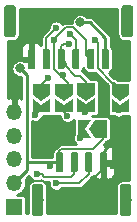
<source format=gbr>
G04 #@! TF.GenerationSoftware,KiCad,Pcbnew,(5.1.0-0)*
G04 #@! TF.CreationDate,2019-06-19T09:49:27-07:00*
G04 #@! TF.ProjectId,differential_i2c,64696666-6572-4656-9e74-69616c5f6932,rev?*
G04 #@! TF.SameCoordinates,Original*
G04 #@! TF.FileFunction,Copper,L1,Top*
G04 #@! TF.FilePolarity,Positive*
%FSLAX46Y46*%
G04 Gerber Fmt 4.6, Leading zero omitted, Abs format (unit mm)*
G04 Created by KiCad (PCBNEW (5.1.0-0)) date 2019-06-19 09:49:27*
%MOMM*%
%LPD*%
G04 APERTURE LIST*
%ADD10O,1.350000X1.350000*%
%ADD11R,1.350000X1.350000*%
%ADD12C,0.100000*%
%ADD13C,1.000000*%
%ADD14C,0.600000*%
%ADD15C,0.300000*%
%ADD16C,0.800000*%
%ADD17C,0.250000*%
%ADD18C,0.160000*%
%ADD19C,0.254000*%
G04 APERTURE END LIST*
D10*
X109400000Y-54600000D03*
X109400000Y-56600000D03*
X109400000Y-58600000D03*
X109400000Y-60600000D03*
D11*
X109400000Y-62600000D03*
D12*
G36*
X119099504Y-60701204D02*
G01*
X119123773Y-60704804D01*
X119147571Y-60710765D01*
X119170671Y-60719030D01*
X119192849Y-60729520D01*
X119213893Y-60742133D01*
X119233598Y-60756747D01*
X119251777Y-60773223D01*
X119268253Y-60791402D01*
X119282867Y-60811107D01*
X119295480Y-60832151D01*
X119305970Y-60854329D01*
X119314235Y-60877429D01*
X119320196Y-60901227D01*
X119323796Y-60925496D01*
X119325000Y-60950000D01*
X119325000Y-63150000D01*
X119323796Y-63174504D01*
X119320196Y-63198773D01*
X119314235Y-63222571D01*
X119305970Y-63245671D01*
X119295480Y-63267849D01*
X119282867Y-63288893D01*
X119268253Y-63308598D01*
X119251777Y-63326777D01*
X119233598Y-63343253D01*
X119213893Y-63357867D01*
X119192849Y-63370480D01*
X119170671Y-63380970D01*
X119147571Y-63389235D01*
X119123773Y-63395196D01*
X119099504Y-63398796D01*
X119075000Y-63400000D01*
X118575000Y-63400000D01*
X118550496Y-63398796D01*
X118526227Y-63395196D01*
X118502429Y-63389235D01*
X118479329Y-63380970D01*
X118457151Y-63370480D01*
X118436107Y-63357867D01*
X118416402Y-63343253D01*
X118398223Y-63326777D01*
X118381747Y-63308598D01*
X118367133Y-63288893D01*
X118354520Y-63267849D01*
X118344030Y-63245671D01*
X118335765Y-63222571D01*
X118329804Y-63198773D01*
X118326204Y-63174504D01*
X118325000Y-63150000D01*
X118325000Y-60950000D01*
X118326204Y-60925496D01*
X118329804Y-60901227D01*
X118335765Y-60877429D01*
X118344030Y-60854329D01*
X118354520Y-60832151D01*
X118367133Y-60811107D01*
X118381747Y-60791402D01*
X118398223Y-60773223D01*
X118416402Y-60756747D01*
X118436107Y-60742133D01*
X118457151Y-60729520D01*
X118479329Y-60719030D01*
X118502429Y-60710765D01*
X118526227Y-60704804D01*
X118550496Y-60701204D01*
X118575000Y-60700000D01*
X119075000Y-60700000D01*
X119099504Y-60701204D01*
X119099504Y-60701204D01*
G37*
D13*
X118825000Y-62050000D03*
D12*
G36*
X111649504Y-60701204D02*
G01*
X111673773Y-60704804D01*
X111697571Y-60710765D01*
X111720671Y-60719030D01*
X111742849Y-60729520D01*
X111763893Y-60742133D01*
X111783598Y-60756747D01*
X111801777Y-60773223D01*
X111818253Y-60791402D01*
X111832867Y-60811107D01*
X111845480Y-60832151D01*
X111855970Y-60854329D01*
X111864235Y-60877429D01*
X111870196Y-60901227D01*
X111873796Y-60925496D01*
X111875000Y-60950000D01*
X111875000Y-63150000D01*
X111873796Y-63174504D01*
X111870196Y-63198773D01*
X111864235Y-63222571D01*
X111855970Y-63245671D01*
X111845480Y-63267849D01*
X111832867Y-63288893D01*
X111818253Y-63308598D01*
X111801777Y-63326777D01*
X111783598Y-63343253D01*
X111763893Y-63357867D01*
X111742849Y-63370480D01*
X111720671Y-63380970D01*
X111697571Y-63389235D01*
X111673773Y-63395196D01*
X111649504Y-63398796D01*
X111625000Y-63400000D01*
X111125000Y-63400000D01*
X111100496Y-63398796D01*
X111076227Y-63395196D01*
X111052429Y-63389235D01*
X111029329Y-63380970D01*
X111007151Y-63370480D01*
X110986107Y-63357867D01*
X110966402Y-63343253D01*
X110948223Y-63326777D01*
X110931747Y-63308598D01*
X110917133Y-63288893D01*
X110904520Y-63267849D01*
X110894030Y-63245671D01*
X110885765Y-63222571D01*
X110879804Y-63198773D01*
X110876204Y-63174504D01*
X110875000Y-63150000D01*
X110875000Y-60950000D01*
X110876204Y-60925496D01*
X110879804Y-60901227D01*
X110885765Y-60877429D01*
X110894030Y-60854329D01*
X110904520Y-60832151D01*
X110917133Y-60811107D01*
X110931747Y-60791402D01*
X110948223Y-60773223D01*
X110966402Y-60756747D01*
X110986107Y-60742133D01*
X111007151Y-60729520D01*
X111029329Y-60719030D01*
X111052429Y-60710765D01*
X111076227Y-60704804D01*
X111100496Y-60701204D01*
X111125000Y-60700000D01*
X111625000Y-60700000D01*
X111649504Y-60701204D01*
X111649504Y-60701204D01*
G37*
D13*
X111375000Y-62050000D03*
D12*
G36*
X117139703Y-58000722D02*
G01*
X117154264Y-58002882D01*
X117168543Y-58006459D01*
X117182403Y-58011418D01*
X117195710Y-58017712D01*
X117208336Y-58025280D01*
X117220159Y-58034048D01*
X117231066Y-58043934D01*
X117240952Y-58054841D01*
X117249720Y-58066664D01*
X117257288Y-58079290D01*
X117263582Y-58092597D01*
X117268541Y-58106457D01*
X117272118Y-58120736D01*
X117274278Y-58135297D01*
X117275000Y-58150000D01*
X117275000Y-59550000D01*
X117274278Y-59564703D01*
X117272118Y-59579264D01*
X117268541Y-59593543D01*
X117263582Y-59607403D01*
X117257288Y-59620710D01*
X117249720Y-59633336D01*
X117240952Y-59645159D01*
X117231066Y-59656066D01*
X117220159Y-59665952D01*
X117208336Y-59674720D01*
X117195710Y-59682288D01*
X117182403Y-59688582D01*
X117168543Y-59693541D01*
X117154264Y-59697118D01*
X117139703Y-59699278D01*
X117125000Y-59700000D01*
X116825000Y-59700000D01*
X116810297Y-59699278D01*
X116795736Y-59697118D01*
X116781457Y-59693541D01*
X116767597Y-59688582D01*
X116754290Y-59682288D01*
X116741664Y-59674720D01*
X116729841Y-59665952D01*
X116718934Y-59656066D01*
X116709048Y-59645159D01*
X116700280Y-59633336D01*
X116692712Y-59620710D01*
X116686418Y-59607403D01*
X116681459Y-59593543D01*
X116677882Y-59579264D01*
X116675722Y-59564703D01*
X116675000Y-59550000D01*
X116675000Y-58150000D01*
X116675722Y-58135297D01*
X116677882Y-58120736D01*
X116681459Y-58106457D01*
X116686418Y-58092597D01*
X116692712Y-58079290D01*
X116700280Y-58066664D01*
X116709048Y-58054841D01*
X116718934Y-58043934D01*
X116729841Y-58034048D01*
X116741664Y-58025280D01*
X116754290Y-58017712D01*
X116767597Y-58011418D01*
X116781457Y-58006459D01*
X116795736Y-58002882D01*
X116810297Y-58000722D01*
X116825000Y-58000000D01*
X117125000Y-58000000D01*
X117139703Y-58000722D01*
X117139703Y-58000722D01*
G37*
D14*
X116975000Y-58850000D03*
D12*
G36*
X115889703Y-58000722D02*
G01*
X115904264Y-58002882D01*
X115918543Y-58006459D01*
X115932403Y-58011418D01*
X115945710Y-58017712D01*
X115958336Y-58025280D01*
X115970159Y-58034048D01*
X115981066Y-58043934D01*
X115990952Y-58054841D01*
X115999720Y-58066664D01*
X116007288Y-58079290D01*
X116013582Y-58092597D01*
X116018541Y-58106457D01*
X116022118Y-58120736D01*
X116024278Y-58135297D01*
X116025000Y-58150000D01*
X116025000Y-59550000D01*
X116024278Y-59564703D01*
X116022118Y-59579264D01*
X116018541Y-59593543D01*
X116013582Y-59607403D01*
X116007288Y-59620710D01*
X115999720Y-59633336D01*
X115990952Y-59645159D01*
X115981066Y-59656066D01*
X115970159Y-59665952D01*
X115958336Y-59674720D01*
X115945710Y-59682288D01*
X115932403Y-59688582D01*
X115918543Y-59693541D01*
X115904264Y-59697118D01*
X115889703Y-59699278D01*
X115875000Y-59700000D01*
X115575000Y-59700000D01*
X115560297Y-59699278D01*
X115545736Y-59697118D01*
X115531457Y-59693541D01*
X115517597Y-59688582D01*
X115504290Y-59682288D01*
X115491664Y-59674720D01*
X115479841Y-59665952D01*
X115468934Y-59656066D01*
X115459048Y-59645159D01*
X115450280Y-59633336D01*
X115442712Y-59620710D01*
X115436418Y-59607403D01*
X115431459Y-59593543D01*
X115427882Y-59579264D01*
X115425722Y-59564703D01*
X115425000Y-59550000D01*
X115425000Y-58150000D01*
X115425722Y-58135297D01*
X115427882Y-58120736D01*
X115431459Y-58106457D01*
X115436418Y-58092597D01*
X115442712Y-58079290D01*
X115450280Y-58066664D01*
X115459048Y-58054841D01*
X115468934Y-58043934D01*
X115479841Y-58034048D01*
X115491664Y-58025280D01*
X115504290Y-58017712D01*
X115517597Y-58011418D01*
X115531457Y-58006459D01*
X115545736Y-58002882D01*
X115560297Y-58000722D01*
X115575000Y-58000000D01*
X115875000Y-58000000D01*
X115889703Y-58000722D01*
X115889703Y-58000722D01*
G37*
D14*
X115725000Y-58850000D03*
D12*
G36*
X114639703Y-58000722D02*
G01*
X114654264Y-58002882D01*
X114668543Y-58006459D01*
X114682403Y-58011418D01*
X114695710Y-58017712D01*
X114708336Y-58025280D01*
X114720159Y-58034048D01*
X114731066Y-58043934D01*
X114740952Y-58054841D01*
X114749720Y-58066664D01*
X114757288Y-58079290D01*
X114763582Y-58092597D01*
X114768541Y-58106457D01*
X114772118Y-58120736D01*
X114774278Y-58135297D01*
X114775000Y-58150000D01*
X114775000Y-59550000D01*
X114774278Y-59564703D01*
X114772118Y-59579264D01*
X114768541Y-59593543D01*
X114763582Y-59607403D01*
X114757288Y-59620710D01*
X114749720Y-59633336D01*
X114740952Y-59645159D01*
X114731066Y-59656066D01*
X114720159Y-59665952D01*
X114708336Y-59674720D01*
X114695710Y-59682288D01*
X114682403Y-59688582D01*
X114668543Y-59693541D01*
X114654264Y-59697118D01*
X114639703Y-59699278D01*
X114625000Y-59700000D01*
X114325000Y-59700000D01*
X114310297Y-59699278D01*
X114295736Y-59697118D01*
X114281457Y-59693541D01*
X114267597Y-59688582D01*
X114254290Y-59682288D01*
X114241664Y-59674720D01*
X114229841Y-59665952D01*
X114218934Y-59656066D01*
X114209048Y-59645159D01*
X114200280Y-59633336D01*
X114192712Y-59620710D01*
X114186418Y-59607403D01*
X114181459Y-59593543D01*
X114177882Y-59579264D01*
X114175722Y-59564703D01*
X114175000Y-59550000D01*
X114175000Y-58150000D01*
X114175722Y-58135297D01*
X114177882Y-58120736D01*
X114181459Y-58106457D01*
X114186418Y-58092597D01*
X114192712Y-58079290D01*
X114200280Y-58066664D01*
X114209048Y-58054841D01*
X114218934Y-58043934D01*
X114229841Y-58034048D01*
X114241664Y-58025280D01*
X114254290Y-58017712D01*
X114267597Y-58011418D01*
X114281457Y-58006459D01*
X114295736Y-58002882D01*
X114310297Y-58000722D01*
X114325000Y-58000000D01*
X114625000Y-58000000D01*
X114639703Y-58000722D01*
X114639703Y-58000722D01*
G37*
D14*
X114475000Y-58850000D03*
D12*
G36*
X113389703Y-58000722D02*
G01*
X113404264Y-58002882D01*
X113418543Y-58006459D01*
X113432403Y-58011418D01*
X113445710Y-58017712D01*
X113458336Y-58025280D01*
X113470159Y-58034048D01*
X113481066Y-58043934D01*
X113490952Y-58054841D01*
X113499720Y-58066664D01*
X113507288Y-58079290D01*
X113513582Y-58092597D01*
X113518541Y-58106457D01*
X113522118Y-58120736D01*
X113524278Y-58135297D01*
X113525000Y-58150000D01*
X113525000Y-59550000D01*
X113524278Y-59564703D01*
X113522118Y-59579264D01*
X113518541Y-59593543D01*
X113513582Y-59607403D01*
X113507288Y-59620710D01*
X113499720Y-59633336D01*
X113490952Y-59645159D01*
X113481066Y-59656066D01*
X113470159Y-59665952D01*
X113458336Y-59674720D01*
X113445710Y-59682288D01*
X113432403Y-59688582D01*
X113418543Y-59693541D01*
X113404264Y-59697118D01*
X113389703Y-59699278D01*
X113375000Y-59700000D01*
X113075000Y-59700000D01*
X113060297Y-59699278D01*
X113045736Y-59697118D01*
X113031457Y-59693541D01*
X113017597Y-59688582D01*
X113004290Y-59682288D01*
X112991664Y-59674720D01*
X112979841Y-59665952D01*
X112968934Y-59656066D01*
X112959048Y-59645159D01*
X112950280Y-59633336D01*
X112942712Y-59620710D01*
X112936418Y-59607403D01*
X112931459Y-59593543D01*
X112927882Y-59579264D01*
X112925722Y-59564703D01*
X112925000Y-59550000D01*
X112925000Y-58150000D01*
X112925722Y-58135297D01*
X112927882Y-58120736D01*
X112931459Y-58106457D01*
X112936418Y-58092597D01*
X112942712Y-58079290D01*
X112950280Y-58066664D01*
X112959048Y-58054841D01*
X112968934Y-58043934D01*
X112979841Y-58034048D01*
X112991664Y-58025280D01*
X113004290Y-58017712D01*
X113017597Y-58011418D01*
X113031457Y-58006459D01*
X113045736Y-58002882D01*
X113060297Y-58000722D01*
X113075000Y-58000000D01*
X113375000Y-58000000D01*
X113389703Y-58000722D01*
X113389703Y-58000722D01*
G37*
D14*
X113225000Y-58850000D03*
D15*
X118400000Y-52675000D03*
D12*
G36*
X118400000Y-53675000D02*
G01*
X117650000Y-53175000D01*
X117650000Y-52175000D01*
X119150000Y-52175000D01*
X119150000Y-53175000D01*
X118400000Y-53675000D01*
X118400000Y-53675000D01*
G37*
D15*
X118400000Y-54125000D03*
D12*
G36*
X117650000Y-54625000D02*
G01*
X117650000Y-53475000D01*
X118400000Y-53975000D01*
X119150000Y-53475000D01*
X119150000Y-54625000D01*
X117650000Y-54625000D01*
X117650000Y-54625000D01*
G37*
D15*
X115500000Y-52625000D03*
D12*
G36*
X115500000Y-53625000D02*
G01*
X114750000Y-53125000D01*
X114750000Y-52125000D01*
X116250000Y-52125000D01*
X116250000Y-53125000D01*
X115500000Y-53625000D01*
X115500000Y-53625000D01*
G37*
D15*
X115500000Y-54075000D03*
D12*
G36*
X114750000Y-54575000D02*
G01*
X114750000Y-53425000D01*
X115500000Y-53925000D01*
X116250000Y-53425000D01*
X116250000Y-54575000D01*
X114750000Y-54575000D01*
X114750000Y-54575000D01*
G37*
D15*
X116725000Y-56000000D03*
D12*
G36*
X115725000Y-56000000D02*
G01*
X116225000Y-55250000D01*
X117225000Y-55250000D01*
X117225000Y-56750000D01*
X116225000Y-56750000D01*
X115725000Y-56000000D01*
X115725000Y-56000000D01*
G37*
D15*
X115275000Y-56000000D03*
D12*
G36*
X114775000Y-55250000D02*
G01*
X115925000Y-55250000D01*
X115425000Y-56000000D01*
X115925000Y-56750000D01*
X114775000Y-56750000D01*
X114775000Y-55250000D01*
X114775000Y-55250000D01*
G37*
D15*
X111700000Y-52675000D03*
D12*
G36*
X111700000Y-53675000D02*
G01*
X110950000Y-53175000D01*
X110950000Y-52175000D01*
X112450000Y-52175000D01*
X112450000Y-53175000D01*
X111700000Y-53675000D01*
X111700000Y-53675000D01*
G37*
D15*
X111700000Y-54125000D03*
D12*
G36*
X110950000Y-54625000D02*
G01*
X110950000Y-53475000D01*
X111700000Y-53975000D01*
X112450000Y-53475000D01*
X112450000Y-54625000D01*
X110950000Y-54625000D01*
X110950000Y-54625000D01*
G37*
D15*
X113600000Y-52675000D03*
D12*
G36*
X113600000Y-53675000D02*
G01*
X112850000Y-53175000D01*
X112850000Y-52175000D01*
X114350000Y-52175000D01*
X114350000Y-53175000D01*
X113600000Y-53675000D01*
X113600000Y-53675000D01*
G37*
D15*
X113600000Y-54125000D03*
D12*
G36*
X112850000Y-54625000D02*
G01*
X112850000Y-53475000D01*
X113600000Y-53975000D01*
X114350000Y-53475000D01*
X114350000Y-54625000D01*
X112850000Y-54625000D01*
X112850000Y-54625000D01*
G37*
G36*
X109299504Y-45551204D02*
G01*
X109323773Y-45554804D01*
X109347571Y-45560765D01*
X109370671Y-45569030D01*
X109392849Y-45579520D01*
X109413893Y-45592133D01*
X109433598Y-45606747D01*
X109451777Y-45623223D01*
X109468253Y-45641402D01*
X109482867Y-45661107D01*
X109495480Y-45682151D01*
X109505970Y-45704329D01*
X109514235Y-45727429D01*
X109520196Y-45751227D01*
X109523796Y-45775496D01*
X109525000Y-45800000D01*
X109525000Y-48000000D01*
X109523796Y-48024504D01*
X109520196Y-48048773D01*
X109514235Y-48072571D01*
X109505970Y-48095671D01*
X109495480Y-48117849D01*
X109482867Y-48138893D01*
X109468253Y-48158598D01*
X109451777Y-48176777D01*
X109433598Y-48193253D01*
X109413893Y-48207867D01*
X109392849Y-48220480D01*
X109370671Y-48230970D01*
X109347571Y-48239235D01*
X109323773Y-48245196D01*
X109299504Y-48248796D01*
X109275000Y-48250000D01*
X108775000Y-48250000D01*
X108750496Y-48248796D01*
X108726227Y-48245196D01*
X108702429Y-48239235D01*
X108679329Y-48230970D01*
X108657151Y-48220480D01*
X108636107Y-48207867D01*
X108616402Y-48193253D01*
X108598223Y-48176777D01*
X108581747Y-48158598D01*
X108567133Y-48138893D01*
X108554520Y-48117849D01*
X108544030Y-48095671D01*
X108535765Y-48072571D01*
X108529804Y-48048773D01*
X108526204Y-48024504D01*
X108525000Y-48000000D01*
X108525000Y-45800000D01*
X108526204Y-45775496D01*
X108529804Y-45751227D01*
X108535765Y-45727429D01*
X108544030Y-45704329D01*
X108554520Y-45682151D01*
X108567133Y-45661107D01*
X108581747Y-45641402D01*
X108598223Y-45623223D01*
X108616402Y-45606747D01*
X108636107Y-45592133D01*
X108657151Y-45579520D01*
X108679329Y-45569030D01*
X108702429Y-45560765D01*
X108726227Y-45554804D01*
X108750496Y-45551204D01*
X108775000Y-45550000D01*
X109275000Y-45550000D01*
X109299504Y-45551204D01*
X109299504Y-45551204D01*
G37*
D13*
X109025000Y-46900000D03*
D12*
G36*
X119249504Y-45551204D02*
G01*
X119273773Y-45554804D01*
X119297571Y-45560765D01*
X119320671Y-45569030D01*
X119342849Y-45579520D01*
X119363893Y-45592133D01*
X119383598Y-45606747D01*
X119401777Y-45623223D01*
X119418253Y-45641402D01*
X119432867Y-45661107D01*
X119445480Y-45682151D01*
X119455970Y-45704329D01*
X119464235Y-45727429D01*
X119470196Y-45751227D01*
X119473796Y-45775496D01*
X119475000Y-45800000D01*
X119475000Y-48000000D01*
X119473796Y-48024504D01*
X119470196Y-48048773D01*
X119464235Y-48072571D01*
X119455970Y-48095671D01*
X119445480Y-48117849D01*
X119432867Y-48138893D01*
X119418253Y-48158598D01*
X119401777Y-48176777D01*
X119383598Y-48193253D01*
X119363893Y-48207867D01*
X119342849Y-48220480D01*
X119320671Y-48230970D01*
X119297571Y-48239235D01*
X119273773Y-48245196D01*
X119249504Y-48248796D01*
X119225000Y-48250000D01*
X118725000Y-48250000D01*
X118700496Y-48248796D01*
X118676227Y-48245196D01*
X118652429Y-48239235D01*
X118629329Y-48230970D01*
X118607151Y-48220480D01*
X118586107Y-48207867D01*
X118566402Y-48193253D01*
X118548223Y-48176777D01*
X118531747Y-48158598D01*
X118517133Y-48138893D01*
X118504520Y-48117849D01*
X118494030Y-48095671D01*
X118485765Y-48072571D01*
X118479804Y-48048773D01*
X118476204Y-48024504D01*
X118475000Y-48000000D01*
X118475000Y-45800000D01*
X118476204Y-45775496D01*
X118479804Y-45751227D01*
X118485765Y-45727429D01*
X118494030Y-45704329D01*
X118504520Y-45682151D01*
X118517133Y-45661107D01*
X118531747Y-45641402D01*
X118548223Y-45623223D01*
X118566402Y-45606747D01*
X118586107Y-45592133D01*
X118607151Y-45579520D01*
X118629329Y-45569030D01*
X118652429Y-45560765D01*
X118676227Y-45554804D01*
X118700496Y-45551204D01*
X118725000Y-45550000D01*
X119225000Y-45550000D01*
X119249504Y-45551204D01*
X119249504Y-45551204D01*
G37*
D13*
X118975000Y-46900000D03*
D12*
G36*
X111039703Y-49250722D02*
G01*
X111054264Y-49252882D01*
X111068543Y-49256459D01*
X111082403Y-49261418D01*
X111095710Y-49267712D01*
X111108336Y-49275280D01*
X111120159Y-49284048D01*
X111131066Y-49293934D01*
X111140952Y-49304841D01*
X111149720Y-49316664D01*
X111157288Y-49329290D01*
X111163582Y-49342597D01*
X111168541Y-49356457D01*
X111172118Y-49370736D01*
X111174278Y-49385297D01*
X111175000Y-49400000D01*
X111175000Y-50800000D01*
X111174278Y-50814703D01*
X111172118Y-50829264D01*
X111168541Y-50843543D01*
X111163582Y-50857403D01*
X111157288Y-50870710D01*
X111149720Y-50883336D01*
X111140952Y-50895159D01*
X111131066Y-50906066D01*
X111120159Y-50915952D01*
X111108336Y-50924720D01*
X111095710Y-50932288D01*
X111082403Y-50938582D01*
X111068543Y-50943541D01*
X111054264Y-50947118D01*
X111039703Y-50949278D01*
X111025000Y-50950000D01*
X110725000Y-50950000D01*
X110710297Y-50949278D01*
X110695736Y-50947118D01*
X110681457Y-50943541D01*
X110667597Y-50938582D01*
X110654290Y-50932288D01*
X110641664Y-50924720D01*
X110629841Y-50915952D01*
X110618934Y-50906066D01*
X110609048Y-50895159D01*
X110600280Y-50883336D01*
X110592712Y-50870710D01*
X110586418Y-50857403D01*
X110581459Y-50843543D01*
X110577882Y-50829264D01*
X110575722Y-50814703D01*
X110575000Y-50800000D01*
X110575000Y-49400000D01*
X110575722Y-49385297D01*
X110577882Y-49370736D01*
X110581459Y-49356457D01*
X110586418Y-49342597D01*
X110592712Y-49329290D01*
X110600280Y-49316664D01*
X110609048Y-49304841D01*
X110618934Y-49293934D01*
X110629841Y-49284048D01*
X110641664Y-49275280D01*
X110654290Y-49267712D01*
X110667597Y-49261418D01*
X110681457Y-49256459D01*
X110695736Y-49252882D01*
X110710297Y-49250722D01*
X110725000Y-49250000D01*
X111025000Y-49250000D01*
X111039703Y-49250722D01*
X111039703Y-49250722D01*
G37*
D14*
X110875000Y-50100000D03*
D12*
G36*
X112289703Y-49250722D02*
G01*
X112304264Y-49252882D01*
X112318543Y-49256459D01*
X112332403Y-49261418D01*
X112345710Y-49267712D01*
X112358336Y-49275280D01*
X112370159Y-49284048D01*
X112381066Y-49293934D01*
X112390952Y-49304841D01*
X112399720Y-49316664D01*
X112407288Y-49329290D01*
X112413582Y-49342597D01*
X112418541Y-49356457D01*
X112422118Y-49370736D01*
X112424278Y-49385297D01*
X112425000Y-49400000D01*
X112425000Y-50800000D01*
X112424278Y-50814703D01*
X112422118Y-50829264D01*
X112418541Y-50843543D01*
X112413582Y-50857403D01*
X112407288Y-50870710D01*
X112399720Y-50883336D01*
X112390952Y-50895159D01*
X112381066Y-50906066D01*
X112370159Y-50915952D01*
X112358336Y-50924720D01*
X112345710Y-50932288D01*
X112332403Y-50938582D01*
X112318543Y-50943541D01*
X112304264Y-50947118D01*
X112289703Y-50949278D01*
X112275000Y-50950000D01*
X111975000Y-50950000D01*
X111960297Y-50949278D01*
X111945736Y-50947118D01*
X111931457Y-50943541D01*
X111917597Y-50938582D01*
X111904290Y-50932288D01*
X111891664Y-50924720D01*
X111879841Y-50915952D01*
X111868934Y-50906066D01*
X111859048Y-50895159D01*
X111850280Y-50883336D01*
X111842712Y-50870710D01*
X111836418Y-50857403D01*
X111831459Y-50843543D01*
X111827882Y-50829264D01*
X111825722Y-50814703D01*
X111825000Y-50800000D01*
X111825000Y-49400000D01*
X111825722Y-49385297D01*
X111827882Y-49370736D01*
X111831459Y-49356457D01*
X111836418Y-49342597D01*
X111842712Y-49329290D01*
X111850280Y-49316664D01*
X111859048Y-49304841D01*
X111868934Y-49293934D01*
X111879841Y-49284048D01*
X111891664Y-49275280D01*
X111904290Y-49267712D01*
X111917597Y-49261418D01*
X111931457Y-49256459D01*
X111945736Y-49252882D01*
X111960297Y-49250722D01*
X111975000Y-49250000D01*
X112275000Y-49250000D01*
X112289703Y-49250722D01*
X112289703Y-49250722D01*
G37*
D14*
X112125000Y-50100000D03*
D12*
G36*
X113539703Y-49250722D02*
G01*
X113554264Y-49252882D01*
X113568543Y-49256459D01*
X113582403Y-49261418D01*
X113595710Y-49267712D01*
X113608336Y-49275280D01*
X113620159Y-49284048D01*
X113631066Y-49293934D01*
X113640952Y-49304841D01*
X113649720Y-49316664D01*
X113657288Y-49329290D01*
X113663582Y-49342597D01*
X113668541Y-49356457D01*
X113672118Y-49370736D01*
X113674278Y-49385297D01*
X113675000Y-49400000D01*
X113675000Y-50800000D01*
X113674278Y-50814703D01*
X113672118Y-50829264D01*
X113668541Y-50843543D01*
X113663582Y-50857403D01*
X113657288Y-50870710D01*
X113649720Y-50883336D01*
X113640952Y-50895159D01*
X113631066Y-50906066D01*
X113620159Y-50915952D01*
X113608336Y-50924720D01*
X113595710Y-50932288D01*
X113582403Y-50938582D01*
X113568543Y-50943541D01*
X113554264Y-50947118D01*
X113539703Y-50949278D01*
X113525000Y-50950000D01*
X113225000Y-50950000D01*
X113210297Y-50949278D01*
X113195736Y-50947118D01*
X113181457Y-50943541D01*
X113167597Y-50938582D01*
X113154290Y-50932288D01*
X113141664Y-50924720D01*
X113129841Y-50915952D01*
X113118934Y-50906066D01*
X113109048Y-50895159D01*
X113100280Y-50883336D01*
X113092712Y-50870710D01*
X113086418Y-50857403D01*
X113081459Y-50843543D01*
X113077882Y-50829264D01*
X113075722Y-50814703D01*
X113075000Y-50800000D01*
X113075000Y-49400000D01*
X113075722Y-49385297D01*
X113077882Y-49370736D01*
X113081459Y-49356457D01*
X113086418Y-49342597D01*
X113092712Y-49329290D01*
X113100280Y-49316664D01*
X113109048Y-49304841D01*
X113118934Y-49293934D01*
X113129841Y-49284048D01*
X113141664Y-49275280D01*
X113154290Y-49267712D01*
X113167597Y-49261418D01*
X113181457Y-49256459D01*
X113195736Y-49252882D01*
X113210297Y-49250722D01*
X113225000Y-49250000D01*
X113525000Y-49250000D01*
X113539703Y-49250722D01*
X113539703Y-49250722D01*
G37*
D14*
X113375000Y-50100000D03*
D12*
G36*
X114789703Y-49250722D02*
G01*
X114804264Y-49252882D01*
X114818543Y-49256459D01*
X114832403Y-49261418D01*
X114845710Y-49267712D01*
X114858336Y-49275280D01*
X114870159Y-49284048D01*
X114881066Y-49293934D01*
X114890952Y-49304841D01*
X114899720Y-49316664D01*
X114907288Y-49329290D01*
X114913582Y-49342597D01*
X114918541Y-49356457D01*
X114922118Y-49370736D01*
X114924278Y-49385297D01*
X114925000Y-49400000D01*
X114925000Y-50800000D01*
X114924278Y-50814703D01*
X114922118Y-50829264D01*
X114918541Y-50843543D01*
X114913582Y-50857403D01*
X114907288Y-50870710D01*
X114899720Y-50883336D01*
X114890952Y-50895159D01*
X114881066Y-50906066D01*
X114870159Y-50915952D01*
X114858336Y-50924720D01*
X114845710Y-50932288D01*
X114832403Y-50938582D01*
X114818543Y-50943541D01*
X114804264Y-50947118D01*
X114789703Y-50949278D01*
X114775000Y-50950000D01*
X114475000Y-50950000D01*
X114460297Y-50949278D01*
X114445736Y-50947118D01*
X114431457Y-50943541D01*
X114417597Y-50938582D01*
X114404290Y-50932288D01*
X114391664Y-50924720D01*
X114379841Y-50915952D01*
X114368934Y-50906066D01*
X114359048Y-50895159D01*
X114350280Y-50883336D01*
X114342712Y-50870710D01*
X114336418Y-50857403D01*
X114331459Y-50843543D01*
X114327882Y-50829264D01*
X114325722Y-50814703D01*
X114325000Y-50800000D01*
X114325000Y-49400000D01*
X114325722Y-49385297D01*
X114327882Y-49370736D01*
X114331459Y-49356457D01*
X114336418Y-49342597D01*
X114342712Y-49329290D01*
X114350280Y-49316664D01*
X114359048Y-49304841D01*
X114368934Y-49293934D01*
X114379841Y-49284048D01*
X114391664Y-49275280D01*
X114404290Y-49267712D01*
X114417597Y-49261418D01*
X114431457Y-49256459D01*
X114445736Y-49252882D01*
X114460297Y-49250722D01*
X114475000Y-49250000D01*
X114775000Y-49250000D01*
X114789703Y-49250722D01*
X114789703Y-49250722D01*
G37*
D14*
X114625000Y-50100000D03*
D12*
G36*
X116039703Y-49250722D02*
G01*
X116054264Y-49252882D01*
X116068543Y-49256459D01*
X116082403Y-49261418D01*
X116095710Y-49267712D01*
X116108336Y-49275280D01*
X116120159Y-49284048D01*
X116131066Y-49293934D01*
X116140952Y-49304841D01*
X116149720Y-49316664D01*
X116157288Y-49329290D01*
X116163582Y-49342597D01*
X116168541Y-49356457D01*
X116172118Y-49370736D01*
X116174278Y-49385297D01*
X116175000Y-49400000D01*
X116175000Y-50800000D01*
X116174278Y-50814703D01*
X116172118Y-50829264D01*
X116168541Y-50843543D01*
X116163582Y-50857403D01*
X116157288Y-50870710D01*
X116149720Y-50883336D01*
X116140952Y-50895159D01*
X116131066Y-50906066D01*
X116120159Y-50915952D01*
X116108336Y-50924720D01*
X116095710Y-50932288D01*
X116082403Y-50938582D01*
X116068543Y-50943541D01*
X116054264Y-50947118D01*
X116039703Y-50949278D01*
X116025000Y-50950000D01*
X115725000Y-50950000D01*
X115710297Y-50949278D01*
X115695736Y-50947118D01*
X115681457Y-50943541D01*
X115667597Y-50938582D01*
X115654290Y-50932288D01*
X115641664Y-50924720D01*
X115629841Y-50915952D01*
X115618934Y-50906066D01*
X115609048Y-50895159D01*
X115600280Y-50883336D01*
X115592712Y-50870710D01*
X115586418Y-50857403D01*
X115581459Y-50843543D01*
X115577882Y-50829264D01*
X115575722Y-50814703D01*
X115575000Y-50800000D01*
X115575000Y-49400000D01*
X115575722Y-49385297D01*
X115577882Y-49370736D01*
X115581459Y-49356457D01*
X115586418Y-49342597D01*
X115592712Y-49329290D01*
X115600280Y-49316664D01*
X115609048Y-49304841D01*
X115618934Y-49293934D01*
X115629841Y-49284048D01*
X115641664Y-49275280D01*
X115654290Y-49267712D01*
X115667597Y-49261418D01*
X115681457Y-49256459D01*
X115695736Y-49252882D01*
X115710297Y-49250722D01*
X115725000Y-49250000D01*
X116025000Y-49250000D01*
X116039703Y-49250722D01*
X116039703Y-49250722D01*
G37*
D14*
X115875000Y-50100000D03*
D12*
G36*
X117289703Y-49250722D02*
G01*
X117304264Y-49252882D01*
X117318543Y-49256459D01*
X117332403Y-49261418D01*
X117345710Y-49267712D01*
X117358336Y-49275280D01*
X117370159Y-49284048D01*
X117381066Y-49293934D01*
X117390952Y-49304841D01*
X117399720Y-49316664D01*
X117407288Y-49329290D01*
X117413582Y-49342597D01*
X117418541Y-49356457D01*
X117422118Y-49370736D01*
X117424278Y-49385297D01*
X117425000Y-49400000D01*
X117425000Y-50800000D01*
X117424278Y-50814703D01*
X117422118Y-50829264D01*
X117418541Y-50843543D01*
X117413582Y-50857403D01*
X117407288Y-50870710D01*
X117399720Y-50883336D01*
X117390952Y-50895159D01*
X117381066Y-50906066D01*
X117370159Y-50915952D01*
X117358336Y-50924720D01*
X117345710Y-50932288D01*
X117332403Y-50938582D01*
X117318543Y-50943541D01*
X117304264Y-50947118D01*
X117289703Y-50949278D01*
X117275000Y-50950000D01*
X116975000Y-50950000D01*
X116960297Y-50949278D01*
X116945736Y-50947118D01*
X116931457Y-50943541D01*
X116917597Y-50938582D01*
X116904290Y-50932288D01*
X116891664Y-50924720D01*
X116879841Y-50915952D01*
X116868934Y-50906066D01*
X116859048Y-50895159D01*
X116850280Y-50883336D01*
X116842712Y-50870710D01*
X116836418Y-50857403D01*
X116831459Y-50843543D01*
X116827882Y-50829264D01*
X116825722Y-50814703D01*
X116825000Y-50800000D01*
X116825000Y-49400000D01*
X116825722Y-49385297D01*
X116827882Y-49370736D01*
X116831459Y-49356457D01*
X116836418Y-49342597D01*
X116842712Y-49329290D01*
X116850280Y-49316664D01*
X116859048Y-49304841D01*
X116868934Y-49293934D01*
X116879841Y-49284048D01*
X116891664Y-49275280D01*
X116904290Y-49267712D01*
X116917597Y-49261418D01*
X116931457Y-49256459D01*
X116945736Y-49252882D01*
X116960297Y-49250722D01*
X116975000Y-49250000D01*
X117275000Y-49250000D01*
X117289703Y-49250722D01*
X117289703Y-49250722D01*
G37*
D14*
X117125000Y-50100000D03*
D16*
X114097468Y-46274990D03*
D14*
X109300000Y-49400000D03*
X117800000Y-59200000D03*
X117100000Y-52900000D03*
X115000000Y-61300000D03*
X110308945Y-61483104D03*
X117300000Y-47200000D03*
X111100000Y-55700000D03*
D16*
X115000000Y-47000000D03*
X109900000Y-50900000D03*
D14*
X112400000Y-59200000D03*
X112959104Y-60638845D03*
X111300000Y-59839980D03*
X112956153Y-47456153D03*
X116207669Y-48491290D03*
X114000000Y-48800000D03*
X114136331Y-48011690D03*
X112300000Y-51700000D03*
X112740754Y-48491811D03*
X113492751Y-51486989D03*
X113900000Y-54900000D03*
X111200000Y-54800000D03*
X115000000Y-56800000D03*
X115400000Y-54600000D03*
X118233590Y-54424615D03*
D17*
X110475000Y-50100000D02*
X110875000Y-50100000D01*
X108875010Y-50424990D02*
X109200000Y-50100000D01*
X113531783Y-46274990D02*
X114097468Y-46274990D01*
X110875000Y-50100000D02*
X110875000Y-48612302D01*
X110875000Y-48612302D02*
X113212312Y-46274990D01*
X113212312Y-46274990D02*
X113531783Y-46274990D01*
D18*
X109300000Y-49824264D02*
X109400000Y-49924264D01*
X109300000Y-49400000D02*
X109300000Y-49824264D01*
X109400000Y-49924264D02*
X109400000Y-50100000D01*
D17*
X109400000Y-50100000D02*
X110475000Y-50100000D01*
X109200000Y-50100000D02*
X109400000Y-50100000D01*
D18*
X117325000Y-59200000D02*
X116975000Y-58850000D01*
X117800000Y-59200000D02*
X117325000Y-59200000D01*
D17*
X117800000Y-58775736D02*
X117800000Y-59200000D01*
X117100000Y-54665364D02*
X117800000Y-55365364D01*
X117100000Y-52900000D02*
X117100000Y-54665364D01*
X116975000Y-57900000D02*
X117800000Y-57075000D01*
X117800000Y-57075000D02*
X117800000Y-56900000D01*
X116975000Y-58850000D02*
X116975000Y-57900000D01*
X117800000Y-56900000D02*
X117800000Y-58775736D01*
X117800000Y-55365364D02*
X117800000Y-56900000D01*
D18*
X116975000Y-59325000D02*
X116975000Y-58850000D01*
X115000000Y-61300000D02*
X116975000Y-59325000D01*
X110308945Y-61016505D02*
X110308945Y-61483104D01*
X110905460Y-60419990D02*
X110308945Y-61016505D01*
X111844540Y-60419990D02*
X110905460Y-60419990D01*
X112900000Y-61300000D02*
X112800000Y-61300000D01*
X112724550Y-61300000D02*
X111844540Y-60419990D01*
X115000000Y-61300000D02*
X112900000Y-61300000D01*
X112900000Y-61300000D02*
X112724550Y-61300000D01*
D17*
X116374990Y-46274990D02*
X117300000Y-47200000D01*
X114097468Y-46274990D02*
X116374990Y-46274990D01*
X109400000Y-53100000D02*
X108875010Y-52575010D01*
X109400000Y-54600000D02*
X109400000Y-53100000D01*
X108875010Y-52575010D02*
X108875010Y-50424990D01*
X117125000Y-50100000D02*
X117125000Y-48325000D01*
X115800000Y-47000000D02*
X115000000Y-47000000D01*
X117125000Y-48325000D02*
X115800000Y-47000000D01*
D18*
X113225000Y-57900000D02*
X113225000Y-58850000D01*
X113405010Y-57719990D02*
X113225000Y-57900000D01*
X116055010Y-57719990D02*
X113405010Y-57719990D01*
X116925000Y-56850000D02*
X116055010Y-57719990D01*
X116925000Y-56000000D02*
X116925000Y-56850000D01*
D17*
X110500000Y-58800000D02*
X110550000Y-58850000D01*
X110500000Y-58800000D02*
X110500000Y-59500000D01*
X112250000Y-58850000D02*
X112250000Y-59050000D01*
X110550000Y-58850000D02*
X112250000Y-58850000D01*
X112250000Y-59050000D02*
X112400000Y-59200000D01*
X112250000Y-58850000D02*
X113225000Y-58850000D01*
X110500000Y-59500000D02*
X110500000Y-58600000D01*
X110500000Y-58600000D02*
X110500000Y-58800000D01*
X109400000Y-60600000D02*
X110500000Y-59500000D01*
X109900000Y-50900000D02*
X110474999Y-51474999D01*
X110474999Y-51474999D02*
X110474999Y-58574999D01*
X110474999Y-58574999D02*
X110500000Y-58600000D01*
D18*
X115725000Y-58850000D02*
X115725000Y-59800000D01*
X115725000Y-59800000D02*
X114886155Y-60638845D01*
X113383368Y-60638845D02*
X112959104Y-60638845D01*
X114886155Y-60638845D02*
X113383368Y-60638845D01*
X114475000Y-59800000D02*
X114216156Y-60058844D01*
X114216156Y-60058844D02*
X111943128Y-60058844D01*
X111724264Y-59839980D02*
X111300000Y-59839980D01*
X114475000Y-58850000D02*
X114475000Y-59800000D01*
X111943128Y-60058844D02*
X111724264Y-59839980D01*
X112125000Y-50100000D02*
X112125000Y-48287306D01*
X112656154Y-47756152D02*
X112956153Y-47456153D01*
X112125000Y-48287306D02*
X112656154Y-47756152D01*
X118400000Y-52675000D02*
X117829290Y-52104290D01*
X117671162Y-52104290D02*
X116455010Y-50888138D01*
X116455010Y-48738631D02*
X116207669Y-48491290D01*
X116455010Y-50888138D02*
X116455010Y-48738631D01*
X117829290Y-52104290D02*
X117671162Y-52104290D01*
X113375000Y-50100000D02*
X113375000Y-49025000D01*
X113600000Y-48800000D02*
X114000000Y-48800000D01*
X113375000Y-49025000D02*
X113600000Y-48800000D01*
X113745710Y-50470710D02*
X113375000Y-50100000D01*
X113745710Y-50678838D02*
X113745710Y-50470710D01*
X114566872Y-51500000D02*
X113745710Y-50678838D01*
X114975000Y-51500000D02*
X114566872Y-51500000D01*
X115500000Y-52025000D02*
X114975000Y-51500000D01*
X115500000Y-52625000D02*
X115500000Y-52025000D01*
X114436330Y-48311689D02*
X114136331Y-48011690D01*
X114625000Y-50100000D02*
X114625000Y-48500359D01*
X114625000Y-48500359D02*
X114436330Y-48311689D01*
X111700000Y-52300000D02*
X112300000Y-51700000D01*
X111700000Y-52675000D02*
X111700000Y-52300000D01*
X112740754Y-48491811D02*
X112740754Y-50923882D01*
X112740754Y-50923882D02*
X113608436Y-51791564D01*
X113608436Y-51602674D02*
X113492751Y-51486989D01*
X113608436Y-51791564D02*
X113608436Y-51602674D01*
X115504290Y-49729290D02*
X115504290Y-48521247D01*
X115504290Y-48521247D02*
X114414732Y-47431689D01*
X115875000Y-50100000D02*
X115504290Y-49729290D01*
X113800876Y-47431689D02*
X113040753Y-48191812D01*
X114414732Y-47431689D02*
X113800876Y-47431689D01*
X113040753Y-48191812D02*
X112740754Y-48491811D01*
X113921162Y-52353838D02*
X113600000Y-52675000D01*
X113921162Y-52104290D02*
X113921162Y-52353838D01*
X113608436Y-51791564D02*
X113921162Y-52104290D01*
X113600000Y-54600000D02*
X113900000Y-54900000D01*
X113600000Y-54125000D02*
X113600000Y-54600000D01*
X111875000Y-54125000D02*
X111200000Y-54800000D01*
X115000000Y-56275000D02*
X115275000Y-56000000D01*
X115000000Y-56800000D02*
X115000000Y-56275000D01*
X115400000Y-54175000D02*
X115500000Y-54075000D01*
X115400000Y-54600000D02*
X115400000Y-54175000D01*
D19*
G36*
X110689403Y-60025203D02*
G01*
X110737271Y-60140765D01*
X110806764Y-60244769D01*
X110895211Y-60333216D01*
X110973877Y-60385779D01*
X110900510Y-60408034D01*
X110799091Y-60462243D01*
X110710197Y-60535197D01*
X110637243Y-60624091D01*
X110583034Y-60725510D01*
X110549652Y-60835556D01*
X110538380Y-60950000D01*
X110538380Y-63115000D01*
X110411620Y-63115000D01*
X110411620Y-61925000D01*
X110405152Y-61859329D01*
X110385996Y-61796181D01*
X110354889Y-61737984D01*
X110313026Y-61686974D01*
X110262016Y-61645111D01*
X110203819Y-61614004D01*
X110140671Y-61594848D01*
X110075000Y-61588380D01*
X109621086Y-61588380D01*
X109788380Y-61537632D01*
X109963840Y-61443847D01*
X110117633Y-61317633D01*
X110243847Y-61163840D01*
X110337632Y-60988380D01*
X110395385Y-60797994D01*
X110414886Y-60600000D01*
X110395385Y-60402006D01*
X110361206Y-60289332D01*
X110678773Y-59971765D01*
X110689403Y-60025203D01*
X110689403Y-60025203D01*
G37*
X110689403Y-60025203D02*
X110737271Y-60140765D01*
X110806764Y-60244769D01*
X110895211Y-60333216D01*
X110973877Y-60385779D01*
X110900510Y-60408034D01*
X110799091Y-60462243D01*
X110710197Y-60535197D01*
X110637243Y-60624091D01*
X110583034Y-60725510D01*
X110549652Y-60835556D01*
X110538380Y-60950000D01*
X110538380Y-63115000D01*
X110411620Y-63115000D01*
X110411620Y-61925000D01*
X110405152Y-61859329D01*
X110385996Y-61796181D01*
X110354889Y-61737984D01*
X110313026Y-61686974D01*
X110262016Y-61645111D01*
X110203819Y-61614004D01*
X110140671Y-61594848D01*
X110075000Y-61588380D01*
X109621086Y-61588380D01*
X109788380Y-61537632D01*
X109963840Y-61443847D01*
X110117633Y-61317633D01*
X110243847Y-61163840D01*
X110337632Y-60988380D01*
X110395385Y-60797994D01*
X110414886Y-60600000D01*
X110395385Y-60402006D01*
X110361206Y-60289332D01*
X110678773Y-59971765D01*
X110689403Y-60025203D01*
G36*
X115275422Y-50986221D02*
G01*
X115320390Y-51070352D01*
X115380908Y-51144092D01*
X115454648Y-51204610D01*
X115538779Y-51249578D01*
X115630065Y-51277270D01*
X115725000Y-51286620D01*
X116025000Y-51286620D01*
X116119935Y-51277270D01*
X116211221Y-51249578D01*
X116223167Y-51243193D01*
X117313379Y-52333406D01*
X117313379Y-53175000D01*
X117319916Y-53241017D01*
X117339138Y-53304145D01*
X117350319Y-53325010D01*
X117339003Y-53346181D01*
X117319847Y-53409329D01*
X117313379Y-53475000D01*
X117313379Y-54625000D01*
X117319847Y-54690671D01*
X117339003Y-54753819D01*
X117370110Y-54812017D01*
X117411973Y-54863027D01*
X117462983Y-54904890D01*
X117521181Y-54935997D01*
X117584329Y-54955153D01*
X117650000Y-54961621D01*
X117894308Y-54961621D01*
X117932805Y-54987344D01*
X118048367Y-55035212D01*
X118171048Y-55059615D01*
X118296132Y-55059615D01*
X118418813Y-55035212D01*
X118534375Y-54987344D01*
X118572872Y-54961621D01*
X119115001Y-54961621D01*
X119115001Y-60367320D01*
X119075000Y-60363380D01*
X118575000Y-60363380D01*
X118460556Y-60374652D01*
X118350510Y-60408034D01*
X118249091Y-60462243D01*
X118160197Y-60535197D01*
X118087243Y-60624091D01*
X118033034Y-60725510D01*
X117999652Y-60835556D01*
X117988380Y-60950000D01*
X117988380Y-63115000D01*
X112211620Y-63115000D01*
X112211620Y-60950000D01*
X112200348Y-60835556D01*
X112166966Y-60725510D01*
X112112757Y-60624091D01*
X112039803Y-60535197D01*
X111965045Y-60473844D01*
X112344485Y-60473844D01*
X112324104Y-60576303D01*
X112324104Y-60701387D01*
X112348507Y-60824068D01*
X112396375Y-60939630D01*
X112465868Y-61043634D01*
X112554315Y-61132081D01*
X112658319Y-61201574D01*
X112773881Y-61249442D01*
X112896562Y-61273845D01*
X113021646Y-61273845D01*
X113144327Y-61249442D01*
X113259889Y-61201574D01*
X113363893Y-61132081D01*
X113442129Y-61053845D01*
X114865778Y-61053845D01*
X114886155Y-61055852D01*
X114906532Y-61053845D01*
X114906542Y-61053845D01*
X114967509Y-61047840D01*
X115045737Y-61024110D01*
X115117832Y-60985574D01*
X115181024Y-60933714D01*
X115194021Y-60917877D01*
X116004037Y-60107862D01*
X116019869Y-60094869D01*
X116032861Y-60079038D01*
X116032865Y-60079034D01*
X116071729Y-60031678D01*
X116099952Y-59978876D01*
X116103135Y-59977175D01*
X116144463Y-60054494D01*
X116223815Y-60151185D01*
X116320506Y-60230537D01*
X116430820Y-60289502D01*
X116550518Y-60325812D01*
X116675000Y-60338072D01*
X116689250Y-60335000D01*
X116848000Y-60176250D01*
X116848000Y-58977000D01*
X117102000Y-58977000D01*
X117102000Y-60176250D01*
X117260750Y-60335000D01*
X117275000Y-60338072D01*
X117399482Y-60325812D01*
X117519180Y-60289502D01*
X117629494Y-60230537D01*
X117726185Y-60151185D01*
X117805537Y-60054494D01*
X117864502Y-59944180D01*
X117900812Y-59824482D01*
X117913072Y-59700000D01*
X117910000Y-59135750D01*
X117751250Y-58977000D01*
X117102000Y-58977000D01*
X116848000Y-58977000D01*
X116828000Y-58977000D01*
X116828000Y-58723000D01*
X116848000Y-58723000D01*
X116848000Y-58703000D01*
X117102000Y-58703000D01*
X117102000Y-58723000D01*
X117751250Y-58723000D01*
X117910000Y-58564250D01*
X117913072Y-58000000D01*
X117900812Y-57875518D01*
X117864502Y-57755820D01*
X117805537Y-57645506D01*
X117726185Y-57548815D01*
X117629494Y-57469463D01*
X117519180Y-57410498D01*
X117399482Y-57374188D01*
X117275000Y-57361928D01*
X117260750Y-57365000D01*
X117102002Y-57523748D01*
X117102002Y-57365000D01*
X116996898Y-57365000D01*
X117204037Y-57157862D01*
X117219869Y-57144869D01*
X117232861Y-57129038D01*
X117232865Y-57129034D01*
X117271424Y-57082049D01*
X117290671Y-57080153D01*
X117353819Y-57060997D01*
X117412017Y-57029890D01*
X117463027Y-56988027D01*
X117504890Y-56937017D01*
X117535997Y-56878819D01*
X117555153Y-56815671D01*
X117561621Y-56750000D01*
X117561621Y-55250000D01*
X117555153Y-55184329D01*
X117535997Y-55121181D01*
X117504890Y-55062983D01*
X117463027Y-55011973D01*
X117412017Y-54970110D01*
X117353819Y-54939003D01*
X117290671Y-54919847D01*
X117225000Y-54913379D01*
X116225000Y-54913379D01*
X116158983Y-54919916D01*
X116095855Y-54939138D01*
X116074990Y-54950319D01*
X116053819Y-54939003D01*
X115990671Y-54919847D01*
X115952504Y-54916088D01*
X115955489Y-54911621D01*
X116250000Y-54911621D01*
X116315671Y-54905153D01*
X116378819Y-54885997D01*
X116437017Y-54854890D01*
X116488027Y-54813027D01*
X116529890Y-54762017D01*
X116560997Y-54703819D01*
X116580153Y-54640671D01*
X116586621Y-54575000D01*
X116586621Y-53425000D01*
X116580221Y-53359674D01*
X116561132Y-53296506D01*
X116549671Y-53275009D01*
X116560997Y-53253819D01*
X116580153Y-53190671D01*
X116586621Y-53125000D01*
X116586621Y-52125000D01*
X116580153Y-52059329D01*
X116560997Y-51996181D01*
X116529890Y-51937983D01*
X116488027Y-51886973D01*
X116437017Y-51845110D01*
X116378819Y-51814003D01*
X116315671Y-51794847D01*
X116250000Y-51788379D01*
X115842672Y-51788379D01*
X115807865Y-51745966D01*
X115807861Y-51745962D01*
X115794869Y-51730131D01*
X115779037Y-51717138D01*
X115282864Y-51220966D01*
X115269869Y-51205131D01*
X115206677Y-51153271D01*
X115140562Y-51117931D01*
X115179610Y-51070352D01*
X115224578Y-50986221D01*
X115250000Y-50902418D01*
X115275422Y-50986221D01*
X115275422Y-50986221D01*
G37*
X115275422Y-50986221D02*
X115320390Y-51070352D01*
X115380908Y-51144092D01*
X115454648Y-51204610D01*
X115538779Y-51249578D01*
X115630065Y-51277270D01*
X115725000Y-51286620D01*
X116025000Y-51286620D01*
X116119935Y-51277270D01*
X116211221Y-51249578D01*
X116223167Y-51243193D01*
X117313379Y-52333406D01*
X117313379Y-53175000D01*
X117319916Y-53241017D01*
X117339138Y-53304145D01*
X117350319Y-53325010D01*
X117339003Y-53346181D01*
X117319847Y-53409329D01*
X117313379Y-53475000D01*
X117313379Y-54625000D01*
X117319847Y-54690671D01*
X117339003Y-54753819D01*
X117370110Y-54812017D01*
X117411973Y-54863027D01*
X117462983Y-54904890D01*
X117521181Y-54935997D01*
X117584329Y-54955153D01*
X117650000Y-54961621D01*
X117894308Y-54961621D01*
X117932805Y-54987344D01*
X118048367Y-55035212D01*
X118171048Y-55059615D01*
X118296132Y-55059615D01*
X118418813Y-55035212D01*
X118534375Y-54987344D01*
X118572872Y-54961621D01*
X119115001Y-54961621D01*
X119115001Y-60367320D01*
X119075000Y-60363380D01*
X118575000Y-60363380D01*
X118460556Y-60374652D01*
X118350510Y-60408034D01*
X118249091Y-60462243D01*
X118160197Y-60535197D01*
X118087243Y-60624091D01*
X118033034Y-60725510D01*
X117999652Y-60835556D01*
X117988380Y-60950000D01*
X117988380Y-63115000D01*
X112211620Y-63115000D01*
X112211620Y-60950000D01*
X112200348Y-60835556D01*
X112166966Y-60725510D01*
X112112757Y-60624091D01*
X112039803Y-60535197D01*
X111965045Y-60473844D01*
X112344485Y-60473844D01*
X112324104Y-60576303D01*
X112324104Y-60701387D01*
X112348507Y-60824068D01*
X112396375Y-60939630D01*
X112465868Y-61043634D01*
X112554315Y-61132081D01*
X112658319Y-61201574D01*
X112773881Y-61249442D01*
X112896562Y-61273845D01*
X113021646Y-61273845D01*
X113144327Y-61249442D01*
X113259889Y-61201574D01*
X113363893Y-61132081D01*
X113442129Y-61053845D01*
X114865778Y-61053845D01*
X114886155Y-61055852D01*
X114906532Y-61053845D01*
X114906542Y-61053845D01*
X114967509Y-61047840D01*
X115045737Y-61024110D01*
X115117832Y-60985574D01*
X115181024Y-60933714D01*
X115194021Y-60917877D01*
X116004037Y-60107862D01*
X116019869Y-60094869D01*
X116032861Y-60079038D01*
X116032865Y-60079034D01*
X116071729Y-60031678D01*
X116099952Y-59978876D01*
X116103135Y-59977175D01*
X116144463Y-60054494D01*
X116223815Y-60151185D01*
X116320506Y-60230537D01*
X116430820Y-60289502D01*
X116550518Y-60325812D01*
X116675000Y-60338072D01*
X116689250Y-60335000D01*
X116848000Y-60176250D01*
X116848000Y-58977000D01*
X117102000Y-58977000D01*
X117102000Y-60176250D01*
X117260750Y-60335000D01*
X117275000Y-60338072D01*
X117399482Y-60325812D01*
X117519180Y-60289502D01*
X117629494Y-60230537D01*
X117726185Y-60151185D01*
X117805537Y-60054494D01*
X117864502Y-59944180D01*
X117900812Y-59824482D01*
X117913072Y-59700000D01*
X117910000Y-59135750D01*
X117751250Y-58977000D01*
X117102000Y-58977000D01*
X116848000Y-58977000D01*
X116828000Y-58977000D01*
X116828000Y-58723000D01*
X116848000Y-58723000D01*
X116848000Y-58703000D01*
X117102000Y-58703000D01*
X117102000Y-58723000D01*
X117751250Y-58723000D01*
X117910000Y-58564250D01*
X117913072Y-58000000D01*
X117900812Y-57875518D01*
X117864502Y-57755820D01*
X117805537Y-57645506D01*
X117726185Y-57548815D01*
X117629494Y-57469463D01*
X117519180Y-57410498D01*
X117399482Y-57374188D01*
X117275000Y-57361928D01*
X117260750Y-57365000D01*
X117102002Y-57523748D01*
X117102002Y-57365000D01*
X116996898Y-57365000D01*
X117204037Y-57157862D01*
X117219869Y-57144869D01*
X117232861Y-57129038D01*
X117232865Y-57129034D01*
X117271424Y-57082049D01*
X117290671Y-57080153D01*
X117353819Y-57060997D01*
X117412017Y-57029890D01*
X117463027Y-56988027D01*
X117504890Y-56937017D01*
X117535997Y-56878819D01*
X117555153Y-56815671D01*
X117561621Y-56750000D01*
X117561621Y-55250000D01*
X117555153Y-55184329D01*
X117535997Y-55121181D01*
X117504890Y-55062983D01*
X117463027Y-55011973D01*
X117412017Y-54970110D01*
X117353819Y-54939003D01*
X117290671Y-54919847D01*
X117225000Y-54913379D01*
X116225000Y-54913379D01*
X116158983Y-54919916D01*
X116095855Y-54939138D01*
X116074990Y-54950319D01*
X116053819Y-54939003D01*
X115990671Y-54919847D01*
X115952504Y-54916088D01*
X115955489Y-54911621D01*
X116250000Y-54911621D01*
X116315671Y-54905153D01*
X116378819Y-54885997D01*
X116437017Y-54854890D01*
X116488027Y-54813027D01*
X116529890Y-54762017D01*
X116560997Y-54703819D01*
X116580153Y-54640671D01*
X116586621Y-54575000D01*
X116586621Y-53425000D01*
X116580221Y-53359674D01*
X116561132Y-53296506D01*
X116549671Y-53275009D01*
X116560997Y-53253819D01*
X116580153Y-53190671D01*
X116586621Y-53125000D01*
X116586621Y-52125000D01*
X116580153Y-52059329D01*
X116560997Y-51996181D01*
X116529890Y-51937983D01*
X116488027Y-51886973D01*
X116437017Y-51845110D01*
X116378819Y-51814003D01*
X116315671Y-51794847D01*
X116250000Y-51788379D01*
X115842672Y-51788379D01*
X115807865Y-51745966D01*
X115807861Y-51745962D01*
X115794869Y-51730131D01*
X115779037Y-51717138D01*
X115282864Y-51220966D01*
X115269869Y-51205131D01*
X115206677Y-51153271D01*
X115140562Y-51117931D01*
X115179610Y-51070352D01*
X115224578Y-50986221D01*
X115250000Y-50902418D01*
X115275422Y-50986221D01*
G36*
X111664817Y-60367302D02*
G01*
X111655194Y-60366354D01*
X111659862Y-60363235D01*
X111664817Y-60367302D01*
X111664817Y-60367302D01*
G37*
X111664817Y-60367302D02*
X111655194Y-60366354D01*
X111659862Y-60363235D01*
X111664817Y-60367302D01*
G36*
X112662983Y-54904890D02*
G01*
X112721181Y-54935997D01*
X112784329Y-54955153D01*
X112850000Y-54961621D01*
X113265000Y-54961621D01*
X113265000Y-54962542D01*
X113289403Y-55085223D01*
X113337271Y-55200785D01*
X113406764Y-55304789D01*
X113495211Y-55393236D01*
X113599215Y-55462729D01*
X113714777Y-55510597D01*
X113837458Y-55535000D01*
X113962542Y-55535000D01*
X114085223Y-55510597D01*
X114200785Y-55462729D01*
X114304789Y-55393236D01*
X114393236Y-55304789D01*
X114439854Y-55235019D01*
X114438379Y-55250000D01*
X114438379Y-56497557D01*
X114437271Y-56499215D01*
X114389403Y-56614777D01*
X114365000Y-56737458D01*
X114365000Y-56862542D01*
X114389403Y-56985223D01*
X114437271Y-57100785D01*
X114506764Y-57204789D01*
X114595211Y-57293236D01*
X114612802Y-57304990D01*
X113425397Y-57304990D01*
X113405010Y-57302982D01*
X113384623Y-57304990D01*
X113323656Y-57310995D01*
X113245428Y-57334725D01*
X113173333Y-57373261D01*
X113110141Y-57425121D01*
X113097145Y-57440957D01*
X112945968Y-57592134D01*
X112930131Y-57605131D01*
X112917135Y-57620967D01*
X112878271Y-57668323D01*
X112850049Y-57721123D01*
X112804648Y-57745390D01*
X112730908Y-57805908D01*
X112670390Y-57879648D01*
X112625422Y-57963779D01*
X112597730Y-58055065D01*
X112588380Y-58150000D01*
X112588380Y-58390000D01*
X112272589Y-58390000D01*
X112250000Y-58387775D01*
X112227410Y-58390000D01*
X110934999Y-58390000D01*
X110934999Y-55377551D01*
X111014777Y-55410597D01*
X111137458Y-55435000D01*
X111262542Y-55435000D01*
X111385223Y-55410597D01*
X111500785Y-55362729D01*
X111604789Y-55293236D01*
X111693236Y-55204789D01*
X111762729Y-55100785D01*
X111810597Y-54985223D01*
X111815292Y-54961621D01*
X112450000Y-54961621D01*
X112515671Y-54955153D01*
X112578819Y-54935997D01*
X112637017Y-54904890D01*
X112650000Y-54894235D01*
X112662983Y-54904890D01*
X112662983Y-54904890D01*
G37*
X112662983Y-54904890D02*
X112721181Y-54935997D01*
X112784329Y-54955153D01*
X112850000Y-54961621D01*
X113265000Y-54961621D01*
X113265000Y-54962542D01*
X113289403Y-55085223D01*
X113337271Y-55200785D01*
X113406764Y-55304789D01*
X113495211Y-55393236D01*
X113599215Y-55462729D01*
X113714777Y-55510597D01*
X113837458Y-55535000D01*
X113962542Y-55535000D01*
X114085223Y-55510597D01*
X114200785Y-55462729D01*
X114304789Y-55393236D01*
X114393236Y-55304789D01*
X114439854Y-55235019D01*
X114438379Y-55250000D01*
X114438379Y-56497557D01*
X114437271Y-56499215D01*
X114389403Y-56614777D01*
X114365000Y-56737458D01*
X114365000Y-56862542D01*
X114389403Y-56985223D01*
X114437271Y-57100785D01*
X114506764Y-57204789D01*
X114595211Y-57293236D01*
X114612802Y-57304990D01*
X113425397Y-57304990D01*
X113405010Y-57302982D01*
X113384623Y-57304990D01*
X113323656Y-57310995D01*
X113245428Y-57334725D01*
X113173333Y-57373261D01*
X113110141Y-57425121D01*
X113097145Y-57440957D01*
X112945968Y-57592134D01*
X112930131Y-57605131D01*
X112917135Y-57620967D01*
X112878271Y-57668323D01*
X112850049Y-57721123D01*
X112804648Y-57745390D01*
X112730908Y-57805908D01*
X112670390Y-57879648D01*
X112625422Y-57963779D01*
X112597730Y-58055065D01*
X112588380Y-58150000D01*
X112588380Y-58390000D01*
X112272589Y-58390000D01*
X112250000Y-58387775D01*
X112227410Y-58390000D01*
X110934999Y-58390000D01*
X110934999Y-55377551D01*
X111014777Y-55410597D01*
X111137458Y-55435000D01*
X111262542Y-55435000D01*
X111385223Y-55410597D01*
X111500785Y-55362729D01*
X111604789Y-55293236D01*
X111693236Y-55204789D01*
X111762729Y-55100785D01*
X111810597Y-54985223D01*
X111815292Y-54961621D01*
X112450000Y-54961621D01*
X112515671Y-54955153D01*
X112578819Y-54935997D01*
X112637017Y-54904890D01*
X112650000Y-54894235D01*
X112662983Y-54904890D01*
G36*
X118138380Y-48000000D02*
G01*
X118149652Y-48114444D01*
X118183034Y-48224490D01*
X118237243Y-48325909D01*
X118310197Y-48414803D01*
X118399091Y-48487757D01*
X118500510Y-48541966D01*
X118610556Y-48575348D01*
X118725000Y-48586620D01*
X119115000Y-48586620D01*
X119115000Y-51838379D01*
X118150277Y-51838379D01*
X118137154Y-51825256D01*
X118124159Y-51809421D01*
X118060967Y-51757561D01*
X117988872Y-51719025D01*
X117910644Y-51695295D01*
X117849677Y-51689290D01*
X117849667Y-51689290D01*
X117842339Y-51688568D01*
X117416818Y-51263048D01*
X117461221Y-51249578D01*
X117545352Y-51204610D01*
X117619092Y-51144092D01*
X117679610Y-51070352D01*
X117724578Y-50986221D01*
X117752270Y-50894935D01*
X117761620Y-50800000D01*
X117761620Y-49400000D01*
X117752270Y-49305065D01*
X117724578Y-49213779D01*
X117679610Y-49129648D01*
X117619092Y-49055908D01*
X117585000Y-49027929D01*
X117585000Y-48347582D01*
X117587224Y-48325000D01*
X117585000Y-48302418D01*
X117585000Y-48302410D01*
X117578343Y-48234824D01*
X117552040Y-48148114D01*
X117509326Y-48068202D01*
X117451842Y-47998158D01*
X117434297Y-47983759D01*
X116141245Y-46690708D01*
X116126842Y-46673158D01*
X116056798Y-46615674D01*
X115976886Y-46572960D01*
X115890176Y-46546657D01*
X115822590Y-46540000D01*
X115822582Y-46540000D01*
X115800000Y-46537776D01*
X115777418Y-46540000D01*
X115576615Y-46540000D01*
X115570912Y-46531465D01*
X115468535Y-46429088D01*
X115348153Y-46348652D01*
X115214391Y-46293246D01*
X115072391Y-46265000D01*
X114927609Y-46265000D01*
X114785609Y-46293246D01*
X114651847Y-46348652D01*
X114531465Y-46429088D01*
X114429088Y-46531465D01*
X114348652Y-46651847D01*
X114293246Y-46785609D01*
X114265000Y-46927609D01*
X114265000Y-47016689D01*
X113821252Y-47016689D01*
X113800875Y-47014682D01*
X113780498Y-47016689D01*
X113780489Y-47016689D01*
X113719522Y-47022694D01*
X113641294Y-47046424D01*
X113569199Y-47084960D01*
X113506318Y-47136565D01*
X113449389Y-47051364D01*
X113360942Y-46962917D01*
X113256938Y-46893424D01*
X113141376Y-46845556D01*
X113018695Y-46821153D01*
X112893611Y-46821153D01*
X112770930Y-46845556D01*
X112655368Y-46893424D01*
X112551364Y-46962917D01*
X112462917Y-47051364D01*
X112393424Y-47155368D01*
X112345556Y-47270930D01*
X112321153Y-47393611D01*
X112321153Y-47504255D01*
X111845963Y-47979445D01*
X111830132Y-47992437D01*
X111817140Y-48008268D01*
X111817135Y-48008273D01*
X111778271Y-48055629D01*
X111739735Y-48127725D01*
X111716006Y-48205952D01*
X111707993Y-48287306D01*
X111710001Y-48307693D01*
X111710001Y-48903857D01*
X111705537Y-48895506D01*
X111626185Y-48798815D01*
X111529494Y-48719463D01*
X111419180Y-48660498D01*
X111299482Y-48624188D01*
X111175000Y-48611928D01*
X111160750Y-48615000D01*
X111002000Y-48773750D01*
X111002000Y-49973000D01*
X111022000Y-49973000D01*
X111022000Y-50227000D01*
X111002000Y-50227000D01*
X111002000Y-50247000D01*
X110748000Y-50247000D01*
X110748000Y-50227000D01*
X110195880Y-50227000D01*
X110114391Y-50193246D01*
X109972391Y-50165000D01*
X109827609Y-50165000D01*
X109685609Y-50193246D01*
X109551847Y-50248652D01*
X109431465Y-50329088D01*
X109329088Y-50431465D01*
X109248652Y-50551847D01*
X109193246Y-50685609D01*
X109165000Y-50827609D01*
X109165000Y-50972391D01*
X109193246Y-51114391D01*
X109248652Y-51248153D01*
X109329088Y-51368535D01*
X109431465Y-51470912D01*
X109551847Y-51551348D01*
X109685609Y-51606754D01*
X109827609Y-51635000D01*
X109972391Y-51635000D01*
X109982460Y-51632997D01*
X110014999Y-51665537D01*
X110014999Y-53447957D01*
X109970430Y-53420711D01*
X109729401Y-53332085D01*
X109527000Y-53454915D01*
X109527000Y-54473000D01*
X109547000Y-54473000D01*
X109547000Y-54727000D01*
X109527000Y-54727000D01*
X109527000Y-54747000D01*
X109273000Y-54747000D01*
X109273000Y-54727000D01*
X109253000Y-54727000D01*
X109253000Y-54473000D01*
X109273000Y-54473000D01*
X109273000Y-53454915D01*
X109070599Y-53332085D01*
X108885000Y-53400329D01*
X108885000Y-49250000D01*
X109936928Y-49250000D01*
X109940000Y-49814250D01*
X110098750Y-49973000D01*
X110748000Y-49973000D01*
X110748000Y-48773750D01*
X110589250Y-48615000D01*
X110575000Y-48611928D01*
X110450518Y-48624188D01*
X110330820Y-48660498D01*
X110220506Y-48719463D01*
X110123815Y-48798815D01*
X110044463Y-48895506D01*
X109985498Y-49005820D01*
X109949188Y-49125518D01*
X109936928Y-49250000D01*
X108885000Y-49250000D01*
X108885000Y-48586620D01*
X109275000Y-48586620D01*
X109389444Y-48575348D01*
X109499490Y-48541966D01*
X109600909Y-48487757D01*
X109689803Y-48414803D01*
X109762757Y-48325909D01*
X109816966Y-48224490D01*
X109850348Y-48114444D01*
X109861620Y-48000000D01*
X109861620Y-45885000D01*
X118138380Y-45885000D01*
X118138380Y-48000000D01*
X118138380Y-48000000D01*
G37*
X118138380Y-48000000D02*
X118149652Y-48114444D01*
X118183034Y-48224490D01*
X118237243Y-48325909D01*
X118310197Y-48414803D01*
X118399091Y-48487757D01*
X118500510Y-48541966D01*
X118610556Y-48575348D01*
X118725000Y-48586620D01*
X119115000Y-48586620D01*
X119115000Y-51838379D01*
X118150277Y-51838379D01*
X118137154Y-51825256D01*
X118124159Y-51809421D01*
X118060967Y-51757561D01*
X117988872Y-51719025D01*
X117910644Y-51695295D01*
X117849677Y-51689290D01*
X117849667Y-51689290D01*
X117842339Y-51688568D01*
X117416818Y-51263048D01*
X117461221Y-51249578D01*
X117545352Y-51204610D01*
X117619092Y-51144092D01*
X117679610Y-51070352D01*
X117724578Y-50986221D01*
X117752270Y-50894935D01*
X117761620Y-50800000D01*
X117761620Y-49400000D01*
X117752270Y-49305065D01*
X117724578Y-49213779D01*
X117679610Y-49129648D01*
X117619092Y-49055908D01*
X117585000Y-49027929D01*
X117585000Y-48347582D01*
X117587224Y-48325000D01*
X117585000Y-48302418D01*
X117585000Y-48302410D01*
X117578343Y-48234824D01*
X117552040Y-48148114D01*
X117509326Y-48068202D01*
X117451842Y-47998158D01*
X117434297Y-47983759D01*
X116141245Y-46690708D01*
X116126842Y-46673158D01*
X116056798Y-46615674D01*
X115976886Y-46572960D01*
X115890176Y-46546657D01*
X115822590Y-46540000D01*
X115822582Y-46540000D01*
X115800000Y-46537776D01*
X115777418Y-46540000D01*
X115576615Y-46540000D01*
X115570912Y-46531465D01*
X115468535Y-46429088D01*
X115348153Y-46348652D01*
X115214391Y-46293246D01*
X115072391Y-46265000D01*
X114927609Y-46265000D01*
X114785609Y-46293246D01*
X114651847Y-46348652D01*
X114531465Y-46429088D01*
X114429088Y-46531465D01*
X114348652Y-46651847D01*
X114293246Y-46785609D01*
X114265000Y-46927609D01*
X114265000Y-47016689D01*
X113821252Y-47016689D01*
X113800875Y-47014682D01*
X113780498Y-47016689D01*
X113780489Y-47016689D01*
X113719522Y-47022694D01*
X113641294Y-47046424D01*
X113569199Y-47084960D01*
X113506318Y-47136565D01*
X113449389Y-47051364D01*
X113360942Y-46962917D01*
X113256938Y-46893424D01*
X113141376Y-46845556D01*
X113018695Y-46821153D01*
X112893611Y-46821153D01*
X112770930Y-46845556D01*
X112655368Y-46893424D01*
X112551364Y-46962917D01*
X112462917Y-47051364D01*
X112393424Y-47155368D01*
X112345556Y-47270930D01*
X112321153Y-47393611D01*
X112321153Y-47504255D01*
X111845963Y-47979445D01*
X111830132Y-47992437D01*
X111817140Y-48008268D01*
X111817135Y-48008273D01*
X111778271Y-48055629D01*
X111739735Y-48127725D01*
X111716006Y-48205952D01*
X111707993Y-48287306D01*
X111710001Y-48307693D01*
X111710001Y-48903857D01*
X111705537Y-48895506D01*
X111626185Y-48798815D01*
X111529494Y-48719463D01*
X111419180Y-48660498D01*
X111299482Y-48624188D01*
X111175000Y-48611928D01*
X111160750Y-48615000D01*
X111002000Y-48773750D01*
X111002000Y-49973000D01*
X111022000Y-49973000D01*
X111022000Y-50227000D01*
X111002000Y-50227000D01*
X111002000Y-50247000D01*
X110748000Y-50247000D01*
X110748000Y-50227000D01*
X110195880Y-50227000D01*
X110114391Y-50193246D01*
X109972391Y-50165000D01*
X109827609Y-50165000D01*
X109685609Y-50193246D01*
X109551847Y-50248652D01*
X109431465Y-50329088D01*
X109329088Y-50431465D01*
X109248652Y-50551847D01*
X109193246Y-50685609D01*
X109165000Y-50827609D01*
X109165000Y-50972391D01*
X109193246Y-51114391D01*
X109248652Y-51248153D01*
X109329088Y-51368535D01*
X109431465Y-51470912D01*
X109551847Y-51551348D01*
X109685609Y-51606754D01*
X109827609Y-51635000D01*
X109972391Y-51635000D01*
X109982460Y-51632997D01*
X110014999Y-51665537D01*
X110014999Y-53447957D01*
X109970430Y-53420711D01*
X109729401Y-53332085D01*
X109527000Y-53454915D01*
X109527000Y-54473000D01*
X109547000Y-54473000D01*
X109547000Y-54727000D01*
X109527000Y-54727000D01*
X109527000Y-54747000D01*
X109273000Y-54747000D01*
X109273000Y-54727000D01*
X109253000Y-54727000D01*
X109253000Y-54473000D01*
X109273000Y-54473000D01*
X109273000Y-53454915D01*
X109070599Y-53332085D01*
X108885000Y-53400329D01*
X108885000Y-49250000D01*
X109936928Y-49250000D01*
X109940000Y-49814250D01*
X110098750Y-49973000D01*
X110748000Y-49973000D01*
X110748000Y-48773750D01*
X110589250Y-48615000D01*
X110575000Y-48611928D01*
X110450518Y-48624188D01*
X110330820Y-48660498D01*
X110220506Y-48719463D01*
X110123815Y-48798815D01*
X110044463Y-48895506D01*
X109985498Y-49005820D01*
X109949188Y-49125518D01*
X109936928Y-49250000D01*
X108885000Y-49250000D01*
X108885000Y-48586620D01*
X109275000Y-48586620D01*
X109389444Y-48575348D01*
X109499490Y-48541966D01*
X109600909Y-48487757D01*
X109689803Y-48414803D01*
X109762757Y-48325909D01*
X109816966Y-48224490D01*
X109850348Y-48114444D01*
X109861620Y-48000000D01*
X109861620Y-45885000D01*
X118138380Y-45885000D01*
X118138380Y-48000000D01*
M02*

</source>
